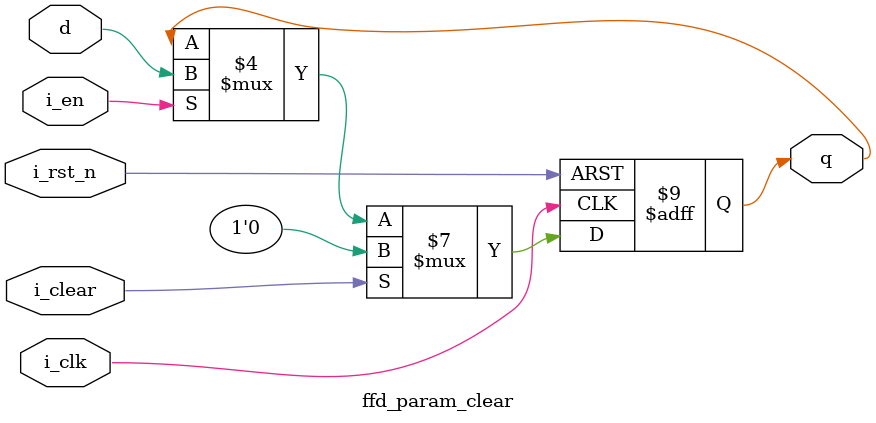
<source format=v>

module ffd_param_clear #(parameter LENGTH=1)(
	//inputs
	input i_clk,
	input i_rst_n,
	input i_en,
	input i_clear,
	input [LENGTH-1:0] d,
	//outputs
	output reg[LENGTH-1:0] q
);

//Parametrized flip flop with synchronous reset and enable signal
always@(posedge i_clk, negedge i_rst_n)
begin
	if(!i_rst_n)
		q <= 0;
	else if(i_clear)
		q <= 0;
	else if(i_en)
		q <= d;
	else
		q <= q;
end

endmodule
</source>
